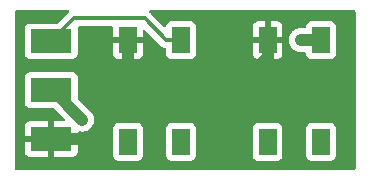
<source format=gbr>
%TF.GenerationSoftware,KiCad,Pcbnew,(6.0.4-0)*%
%TF.CreationDate,2022-07-05T16:22:49+02:00*%
%TF.ProjectId,Button PCB,42757474-6f6e-4205-9043-422e6b696361,rev?*%
%TF.SameCoordinates,Original*%
%TF.FileFunction,Copper,L1,Top*%
%TF.FilePolarity,Positive*%
%FSLAX46Y46*%
G04 Gerber Fmt 4.6, Leading zero omitted, Abs format (unit mm)*
G04 Created by KiCad (PCBNEW (6.0.4-0)) date 2022-07-05 16:22:49*
%MOMM*%
%LPD*%
G01*
G04 APERTURE LIST*
%TA.AperFunction,SMDPad,CuDef*%
%ADD10R,3.500000X2.000000*%
%TD*%
%TA.AperFunction,SMDPad,CuDef*%
%ADD11R,1.500000X2.200000*%
%TD*%
%TA.AperFunction,ViaPad*%
%ADD12C,0.800000*%
%TD*%
%TA.AperFunction,Conductor*%
%ADD13C,0.350000*%
%TD*%
%TA.AperFunction,Conductor*%
%ADD14C,1.000000*%
%TD*%
%TA.AperFunction,Conductor*%
%ADD15C,0.300000*%
%TD*%
G04 APERTURE END LIST*
D10*
%TO.P,P2,1*%
%TO.N,BUTTON2*%
X129490800Y-101618100D03*
%TD*%
%TO.P,P1,1*%
%TO.N,BUTTON1*%
X129490800Y-97486200D03*
%TD*%
D11*
%TO.P,SW1,1,1*%
%TO.N,BUTTON1*%
X140490013Y-97390000D03*
%TO.P,SW1,2,2*%
%TO.N,unconnected-(SW1-Pad2)*%
X140490013Y-105990000D03*
%TO.P,SW1,3,3*%
%TO.N,GND*%
X135989886Y-97390000D03*
%TO.P,SW1,4,4*%
%TO.N,unconnected-(SW1-Pad4)*%
X135989886Y-105990000D03*
%TD*%
D10*
%TO.P,P3,1*%
%TO.N,GND*%
X129490800Y-105750000D03*
%TD*%
D11*
%TO.P,SW2,1,1*%
%TO.N,BUTTON2*%
X152310013Y-97390000D03*
%TO.P,SW2,2,2*%
%TO.N,unconnected-(SW2-Pad2)*%
X152310013Y-105990000D03*
%TO.P,SW2,3,3*%
%TO.N,GND*%
X147809886Y-97390000D03*
%TO.P,SW2,4,4*%
%TO.N,unconnected-(SW2-Pad4)*%
X147809886Y-105990000D03*
%TD*%
D12*
%TO.N,BUTTON2*%
X150610000Y-97370000D03*
X132120000Y-104110000D03*
%TD*%
D13*
%TO.N,GND*%
X135989886Y-101280114D02*
X135855000Y-101415000D01*
D14*
X147809886Y-97390000D02*
X147809886Y-98840114D01*
X135855000Y-101415000D02*
X135855000Y-102495000D01*
X135855000Y-102495000D02*
X132600000Y-105750000D01*
X147809886Y-98840114D02*
X145235000Y-101415000D01*
X132600000Y-105750000D02*
X129490800Y-105750000D01*
X135989886Y-97390000D02*
X135989886Y-101280114D01*
X145235000Y-101415000D02*
X135855000Y-101415000D01*
D15*
%TO.N,BUTTON1*%
X131437000Y-95540000D02*
X137390000Y-95540000D01*
X139240000Y-97390000D02*
X140490013Y-97390000D01*
D13*
X130000000Y-96977000D02*
X129490800Y-97486200D01*
D15*
X130000000Y-96977000D02*
X131437000Y-95540000D01*
X137390000Y-95540000D02*
X139240000Y-97390000D01*
D14*
%TO.N,BUTTON2*%
X152290013Y-97370000D02*
X152310013Y-97390000D01*
X132120000Y-104110000D02*
X129628100Y-101618100D01*
X150610000Y-97370000D02*
X152290013Y-97370000D01*
X129628100Y-101618100D02*
X129490800Y-101618100D01*
%TD*%
%TA.AperFunction,Conductor*%
%TO.N,GND*%
G36*
X130965759Y-94858502D02*
G01*
X131012252Y-94912158D01*
X131022356Y-94982432D01*
X130992862Y-95047012D01*
X130987383Y-95052715D01*
X130982643Y-95056159D01*
X130977590Y-95062267D01*
X130953198Y-95091752D01*
X130945208Y-95100532D01*
X130104945Y-95940795D01*
X130042633Y-95974821D01*
X130015850Y-95977700D01*
X127692666Y-95977700D01*
X127630484Y-95984455D01*
X127494095Y-96035585D01*
X127377539Y-96122939D01*
X127290185Y-96239495D01*
X127239055Y-96375884D01*
X127232300Y-96438066D01*
X127232300Y-98534334D01*
X127239055Y-98596516D01*
X127290185Y-98732905D01*
X127377539Y-98849461D01*
X127494095Y-98936815D01*
X127630484Y-98987945D01*
X127692666Y-98994700D01*
X131288934Y-98994700D01*
X131351116Y-98987945D01*
X131487505Y-98936815D01*
X131604061Y-98849461D01*
X131691415Y-98732905D01*
X131742545Y-98596516D01*
X131749264Y-98534669D01*
X134731887Y-98534669D01*
X134732257Y-98541490D01*
X134737781Y-98592352D01*
X134741407Y-98607604D01*
X134786562Y-98728054D01*
X134795100Y-98743649D01*
X134871601Y-98845724D01*
X134884162Y-98858285D01*
X134986237Y-98934786D01*
X135001832Y-98943324D01*
X135122280Y-98988478D01*
X135137535Y-98992105D01*
X135188400Y-98997631D01*
X135195214Y-98998000D01*
X135717771Y-98998000D01*
X135733010Y-98993525D01*
X135734215Y-98992135D01*
X135735886Y-98984452D01*
X135735886Y-98979884D01*
X136243886Y-98979884D01*
X136248361Y-98995123D01*
X136249751Y-98996328D01*
X136257434Y-98997999D01*
X136784555Y-98997999D01*
X136791376Y-98997629D01*
X136842238Y-98992105D01*
X136857490Y-98988479D01*
X136977940Y-98943324D01*
X136993535Y-98934786D01*
X137095610Y-98858285D01*
X137108171Y-98845724D01*
X137184672Y-98743649D01*
X137193210Y-98728054D01*
X137238364Y-98607606D01*
X137241991Y-98592351D01*
X137247517Y-98541486D01*
X137247886Y-98534672D01*
X137247886Y-97662115D01*
X137243411Y-97646876D01*
X137242021Y-97645671D01*
X137234338Y-97644000D01*
X136262001Y-97644000D01*
X136246762Y-97648475D01*
X136245557Y-97649865D01*
X136243886Y-97657548D01*
X136243886Y-98979884D01*
X135735886Y-98979884D01*
X135735886Y-97662115D01*
X135731411Y-97646876D01*
X135730021Y-97645671D01*
X135722338Y-97644000D01*
X134750002Y-97644000D01*
X134734763Y-97648475D01*
X134733558Y-97649865D01*
X134731887Y-97657548D01*
X134731887Y-98534669D01*
X131749264Y-98534669D01*
X131749300Y-98534334D01*
X131749300Y-96438066D01*
X131742545Y-96375884D01*
X131739771Y-96368484D01*
X131737944Y-96360800D01*
X131739260Y-96360487D01*
X131734680Y-96297924D01*
X131768600Y-96235554D01*
X131830855Y-96201425D01*
X131857845Y-96198500D01*
X134605886Y-96198500D01*
X134674007Y-96218502D01*
X134720500Y-96272158D01*
X134731886Y-96324500D01*
X134731886Y-97117885D01*
X134736361Y-97133124D01*
X134737751Y-97134329D01*
X134745434Y-97136000D01*
X137229770Y-97136000D01*
X137245009Y-97131525D01*
X137246214Y-97130135D01*
X137247885Y-97122452D01*
X137247885Y-96633335D01*
X137267887Y-96565214D01*
X137321543Y-96518721D01*
X137391817Y-96508617D01*
X137456397Y-96538111D01*
X137462980Y-96544240D01*
X138716345Y-97797605D01*
X138724335Y-97806385D01*
X138728584Y-97813080D01*
X138734362Y-97818506D01*
X138734363Y-97818507D01*
X138780257Y-97861604D01*
X138783099Y-97864359D01*
X138803667Y-97884927D01*
X138807170Y-97887644D01*
X138816195Y-97895352D01*
X138849867Y-97926972D01*
X138856818Y-97930793D01*
X138856819Y-97930794D01*
X138868658Y-97937303D01*
X138885182Y-97948157D01*
X138895271Y-97955982D01*
X138902132Y-97961304D01*
X138909404Y-97964451D01*
X138909406Y-97964452D01*
X138944535Y-97979654D01*
X138955196Y-97984876D01*
X138995663Y-98007124D01*
X139016441Y-98012459D01*
X139035131Y-98018858D01*
X139054824Y-98027380D01*
X139098596Y-98034313D01*
X139100448Y-98034606D01*
X139112070Y-98037013D01*
X139136846Y-98043374D01*
X139197853Y-98079688D01*
X139229542Y-98143220D01*
X139231513Y-98165416D01*
X139231513Y-98538134D01*
X139238268Y-98600316D01*
X139289398Y-98736705D01*
X139376752Y-98853261D01*
X139493308Y-98940615D01*
X139629697Y-98991745D01*
X139691879Y-98998500D01*
X141288147Y-98998500D01*
X141350329Y-98991745D01*
X141486718Y-98940615D01*
X141603274Y-98853261D01*
X141690628Y-98736705D01*
X141741758Y-98600316D01*
X141748513Y-98538134D01*
X141748513Y-98534669D01*
X146551887Y-98534669D01*
X146552257Y-98541490D01*
X146557781Y-98592352D01*
X146561407Y-98607604D01*
X146606562Y-98728054D01*
X146615100Y-98743649D01*
X146691601Y-98845724D01*
X146704162Y-98858285D01*
X146806237Y-98934786D01*
X146821832Y-98943324D01*
X146942280Y-98988478D01*
X146957535Y-98992105D01*
X147008400Y-98997631D01*
X147015214Y-98998000D01*
X147537771Y-98998000D01*
X147553010Y-98993525D01*
X147554215Y-98992135D01*
X147555886Y-98984452D01*
X147555886Y-98979884D01*
X148063886Y-98979884D01*
X148068361Y-98995123D01*
X148069751Y-98996328D01*
X148077434Y-98997999D01*
X148604555Y-98997999D01*
X148611376Y-98997629D01*
X148662238Y-98992105D01*
X148677490Y-98988479D01*
X148797940Y-98943324D01*
X148813535Y-98934786D01*
X148915610Y-98858285D01*
X148928171Y-98845724D01*
X149004672Y-98743649D01*
X149013210Y-98728054D01*
X149058364Y-98607606D01*
X149061991Y-98592351D01*
X149067517Y-98541486D01*
X149067886Y-98534672D01*
X149067886Y-97662115D01*
X149063411Y-97646876D01*
X149062021Y-97645671D01*
X149054338Y-97644000D01*
X148082001Y-97644000D01*
X148066762Y-97648475D01*
X148065557Y-97649865D01*
X148063886Y-97657548D01*
X148063886Y-98979884D01*
X147555886Y-98979884D01*
X147555886Y-97662115D01*
X147551411Y-97646876D01*
X147550021Y-97645671D01*
X147542338Y-97644000D01*
X146570002Y-97644000D01*
X146554763Y-97648475D01*
X146553558Y-97649865D01*
X146551887Y-97657548D01*
X146551887Y-98534669D01*
X141748513Y-98534669D01*
X141748513Y-97362925D01*
X149596645Y-97362925D01*
X149614570Y-97559888D01*
X149616308Y-97565794D01*
X149616309Y-97565798D01*
X149640642Y-97648475D01*
X149670410Y-97749619D01*
X149673263Y-97755077D01*
X149673265Y-97755081D01*
X149698957Y-97804224D01*
X149762040Y-97924890D01*
X149885968Y-98079025D01*
X150037474Y-98206154D01*
X150042872Y-98209121D01*
X150042877Y-98209125D01*
X150186180Y-98287905D01*
X150210787Y-98301433D01*
X150216654Y-98303294D01*
X150216656Y-98303295D01*
X150393436Y-98359373D01*
X150399306Y-98361235D01*
X150553227Y-98378500D01*
X150925513Y-98378500D01*
X150993634Y-98398502D01*
X151040127Y-98452158D01*
X151051513Y-98504500D01*
X151051513Y-98538134D01*
X151058268Y-98600316D01*
X151109398Y-98736705D01*
X151196752Y-98853261D01*
X151313308Y-98940615D01*
X151449697Y-98991745D01*
X151511879Y-98998500D01*
X153108147Y-98998500D01*
X153170329Y-98991745D01*
X153306718Y-98940615D01*
X153423274Y-98853261D01*
X153510628Y-98736705D01*
X153561758Y-98600316D01*
X153568513Y-98538134D01*
X153568513Y-96241866D01*
X153561758Y-96179684D01*
X153510628Y-96043295D01*
X153423274Y-95926739D01*
X153306718Y-95839385D01*
X153170329Y-95788255D01*
X153108147Y-95781500D01*
X151511879Y-95781500D01*
X151449697Y-95788255D01*
X151313308Y-95839385D01*
X151196752Y-95926739D01*
X151109398Y-96043295D01*
X151058268Y-96179684D01*
X151051513Y-96241866D01*
X151051513Y-96242766D01*
X151028019Y-96309250D01*
X150971929Y-96352775D01*
X150925858Y-96361500D01*
X150560231Y-96361500D01*
X150557175Y-96361800D01*
X150557168Y-96361800D01*
X150498660Y-96367537D01*
X150413167Y-96375920D01*
X150407266Y-96377702D01*
X150407264Y-96377702D01*
X150333947Y-96399838D01*
X150223831Y-96433084D01*
X150049204Y-96525934D01*
X149962938Y-96596291D01*
X149900713Y-96647040D01*
X149900710Y-96647043D01*
X149895938Y-96650935D01*
X149892011Y-96655682D01*
X149892009Y-96655684D01*
X149773799Y-96798575D01*
X149773797Y-96798579D01*
X149769870Y-96803325D01*
X149675802Y-96977299D01*
X149617318Y-97166232D01*
X149596645Y-97362925D01*
X141748513Y-97362925D01*
X141748513Y-97117885D01*
X146551886Y-97117885D01*
X146556361Y-97133124D01*
X146557751Y-97134329D01*
X146565434Y-97136000D01*
X147537771Y-97136000D01*
X147553010Y-97131525D01*
X147554215Y-97130135D01*
X147555886Y-97122452D01*
X147555886Y-97117885D01*
X148063886Y-97117885D01*
X148068361Y-97133124D01*
X148069751Y-97134329D01*
X148077434Y-97136000D01*
X149049770Y-97136000D01*
X149065009Y-97131525D01*
X149066214Y-97130135D01*
X149067885Y-97122452D01*
X149067885Y-96245331D01*
X149067515Y-96238510D01*
X149061991Y-96187648D01*
X149058365Y-96172396D01*
X149013210Y-96051946D01*
X149004672Y-96036351D01*
X148928171Y-95934276D01*
X148915610Y-95921715D01*
X148813535Y-95845214D01*
X148797940Y-95836676D01*
X148677492Y-95791522D01*
X148662237Y-95787895D01*
X148611372Y-95782369D01*
X148604558Y-95782000D01*
X148082001Y-95782000D01*
X148066762Y-95786475D01*
X148065557Y-95787865D01*
X148063886Y-95795548D01*
X148063886Y-97117885D01*
X147555886Y-97117885D01*
X147555886Y-95800116D01*
X147551411Y-95784877D01*
X147550021Y-95783672D01*
X147542338Y-95782001D01*
X147015217Y-95782001D01*
X147008396Y-95782371D01*
X146957534Y-95787895D01*
X146942282Y-95791521D01*
X146821832Y-95836676D01*
X146806237Y-95845214D01*
X146704162Y-95921715D01*
X146691601Y-95934276D01*
X146615100Y-96036351D01*
X146606562Y-96051946D01*
X146561408Y-96172394D01*
X146557781Y-96187649D01*
X146552255Y-96238514D01*
X146551886Y-96245328D01*
X146551886Y-97117885D01*
X141748513Y-97117885D01*
X141748513Y-96241866D01*
X141741758Y-96179684D01*
X141690628Y-96043295D01*
X141603274Y-95926739D01*
X141486718Y-95839385D01*
X141350329Y-95788255D01*
X141288147Y-95781500D01*
X139691879Y-95781500D01*
X139629697Y-95788255D01*
X139493308Y-95839385D01*
X139376752Y-95926739D01*
X139289398Y-96043295D01*
X139238268Y-96179684D01*
X139237605Y-96185785D01*
X139202774Y-96246754D01*
X139139818Y-96279573D01*
X139069113Y-96273146D01*
X139026315Y-96245055D01*
X137913655Y-95132395D01*
X137905665Y-95123615D01*
X137905663Y-95123613D01*
X137901416Y-95116920D01*
X137883965Y-95100532D01*
X137849743Y-95068396D01*
X137846901Y-95065641D01*
X137834855Y-95053595D01*
X137800829Y-94991283D01*
X137805894Y-94920468D01*
X137848441Y-94863632D01*
X137914961Y-94838821D01*
X137923950Y-94838500D01*
X155135500Y-94838500D01*
X155203621Y-94858502D01*
X155250114Y-94912158D01*
X155261500Y-94964500D01*
X155261500Y-108235500D01*
X155241498Y-108303621D01*
X155187842Y-108350114D01*
X155135500Y-108361500D01*
X126524500Y-108361500D01*
X126456379Y-108341498D01*
X126409886Y-108287842D01*
X126398500Y-108235500D01*
X126398500Y-106794669D01*
X127232801Y-106794669D01*
X127233171Y-106801490D01*
X127238695Y-106852352D01*
X127242321Y-106867604D01*
X127287476Y-106988054D01*
X127296014Y-107003649D01*
X127372515Y-107105724D01*
X127385076Y-107118285D01*
X127487151Y-107194786D01*
X127502746Y-107203324D01*
X127623194Y-107248478D01*
X127638449Y-107252105D01*
X127689314Y-107257631D01*
X127696128Y-107258000D01*
X129218685Y-107258000D01*
X129233924Y-107253525D01*
X129235129Y-107252135D01*
X129236800Y-107244452D01*
X129236800Y-107239884D01*
X129744800Y-107239884D01*
X129749275Y-107255123D01*
X129750665Y-107256328D01*
X129758348Y-107257999D01*
X131285469Y-107257999D01*
X131292290Y-107257629D01*
X131343152Y-107252105D01*
X131358404Y-107248479D01*
X131478854Y-107203324D01*
X131494449Y-107194786D01*
X131570040Y-107138134D01*
X134731386Y-107138134D01*
X134738141Y-107200316D01*
X134789271Y-107336705D01*
X134876625Y-107453261D01*
X134993181Y-107540615D01*
X135129570Y-107591745D01*
X135191752Y-107598500D01*
X136788020Y-107598500D01*
X136850202Y-107591745D01*
X136986591Y-107540615D01*
X137103147Y-107453261D01*
X137190501Y-107336705D01*
X137241631Y-107200316D01*
X137248386Y-107138134D01*
X139231513Y-107138134D01*
X139238268Y-107200316D01*
X139289398Y-107336705D01*
X139376752Y-107453261D01*
X139493308Y-107540615D01*
X139629697Y-107591745D01*
X139691879Y-107598500D01*
X141288147Y-107598500D01*
X141350329Y-107591745D01*
X141486718Y-107540615D01*
X141603274Y-107453261D01*
X141690628Y-107336705D01*
X141741758Y-107200316D01*
X141748513Y-107138134D01*
X146551386Y-107138134D01*
X146558141Y-107200316D01*
X146609271Y-107336705D01*
X146696625Y-107453261D01*
X146813181Y-107540615D01*
X146949570Y-107591745D01*
X147011752Y-107598500D01*
X148608020Y-107598500D01*
X148670202Y-107591745D01*
X148806591Y-107540615D01*
X148923147Y-107453261D01*
X149010501Y-107336705D01*
X149061631Y-107200316D01*
X149068386Y-107138134D01*
X151051513Y-107138134D01*
X151058268Y-107200316D01*
X151109398Y-107336705D01*
X151196752Y-107453261D01*
X151313308Y-107540615D01*
X151449697Y-107591745D01*
X151511879Y-107598500D01*
X153108147Y-107598500D01*
X153170329Y-107591745D01*
X153306718Y-107540615D01*
X153423274Y-107453261D01*
X153510628Y-107336705D01*
X153561758Y-107200316D01*
X153568513Y-107138134D01*
X153568513Y-104841866D01*
X153561758Y-104779684D01*
X153510628Y-104643295D01*
X153423274Y-104526739D01*
X153306718Y-104439385D01*
X153170329Y-104388255D01*
X153108147Y-104381500D01*
X151511879Y-104381500D01*
X151449697Y-104388255D01*
X151313308Y-104439385D01*
X151196752Y-104526739D01*
X151109398Y-104643295D01*
X151058268Y-104779684D01*
X151051513Y-104841866D01*
X151051513Y-107138134D01*
X149068386Y-107138134D01*
X149068386Y-104841866D01*
X149061631Y-104779684D01*
X149010501Y-104643295D01*
X148923147Y-104526739D01*
X148806591Y-104439385D01*
X148670202Y-104388255D01*
X148608020Y-104381500D01*
X147011752Y-104381500D01*
X146949570Y-104388255D01*
X146813181Y-104439385D01*
X146696625Y-104526739D01*
X146609271Y-104643295D01*
X146558141Y-104779684D01*
X146551386Y-104841866D01*
X146551386Y-107138134D01*
X141748513Y-107138134D01*
X141748513Y-104841866D01*
X141741758Y-104779684D01*
X141690628Y-104643295D01*
X141603274Y-104526739D01*
X141486718Y-104439385D01*
X141350329Y-104388255D01*
X141288147Y-104381500D01*
X139691879Y-104381500D01*
X139629697Y-104388255D01*
X139493308Y-104439385D01*
X139376752Y-104526739D01*
X139289398Y-104643295D01*
X139238268Y-104779684D01*
X139231513Y-104841866D01*
X139231513Y-107138134D01*
X137248386Y-107138134D01*
X137248386Y-104841866D01*
X137241631Y-104779684D01*
X137190501Y-104643295D01*
X137103147Y-104526739D01*
X136986591Y-104439385D01*
X136850202Y-104388255D01*
X136788020Y-104381500D01*
X135191752Y-104381500D01*
X135129570Y-104388255D01*
X134993181Y-104439385D01*
X134876625Y-104526739D01*
X134789271Y-104643295D01*
X134738141Y-104779684D01*
X134731386Y-104841866D01*
X134731386Y-107138134D01*
X131570040Y-107138134D01*
X131596524Y-107118285D01*
X131609085Y-107105724D01*
X131685586Y-107003649D01*
X131694124Y-106988054D01*
X131739278Y-106867606D01*
X131742905Y-106852351D01*
X131748431Y-106801486D01*
X131748800Y-106794672D01*
X131748800Y-106022115D01*
X131744325Y-106006876D01*
X131742935Y-106005671D01*
X131735252Y-106004000D01*
X129762915Y-106004000D01*
X129747676Y-106008475D01*
X129746471Y-106009865D01*
X129744800Y-106017548D01*
X129744800Y-107239884D01*
X129236800Y-107239884D01*
X129236800Y-106022115D01*
X129232325Y-106006876D01*
X129230935Y-106005671D01*
X129223252Y-106004000D01*
X127250916Y-106004000D01*
X127235677Y-106008475D01*
X127234472Y-106009865D01*
X127232801Y-106017548D01*
X127232801Y-106794669D01*
X126398500Y-106794669D01*
X126398500Y-105477885D01*
X127232800Y-105477885D01*
X127237275Y-105493124D01*
X127238665Y-105494329D01*
X127246348Y-105496000D01*
X129218685Y-105496000D01*
X129233924Y-105491525D01*
X129235129Y-105490135D01*
X129236800Y-105482452D01*
X129236800Y-104260116D01*
X129232325Y-104244877D01*
X129230935Y-104243672D01*
X129223252Y-104242001D01*
X127696131Y-104242001D01*
X127689310Y-104242371D01*
X127638448Y-104247895D01*
X127623196Y-104251521D01*
X127502746Y-104296676D01*
X127487151Y-104305214D01*
X127385076Y-104381715D01*
X127372515Y-104394276D01*
X127296014Y-104496351D01*
X127287476Y-104511946D01*
X127242322Y-104632394D01*
X127238695Y-104647649D01*
X127233169Y-104698514D01*
X127232800Y-104705328D01*
X127232800Y-105477885D01*
X126398500Y-105477885D01*
X126398500Y-102666234D01*
X127232300Y-102666234D01*
X127239055Y-102728416D01*
X127290185Y-102864805D01*
X127377539Y-102981361D01*
X127494095Y-103068715D01*
X127630484Y-103119845D01*
X127692666Y-103126600D01*
X129658175Y-103126600D01*
X129726296Y-103146602D01*
X129747265Y-103163500D01*
X130610673Y-104026907D01*
X130644696Y-104089217D01*
X130639632Y-104160032D01*
X130597085Y-104216868D01*
X130530565Y-104241679D01*
X130521576Y-104242000D01*
X129762915Y-104242000D01*
X129747676Y-104246475D01*
X129746471Y-104247865D01*
X129744800Y-104255548D01*
X129744800Y-105477885D01*
X129749275Y-105493124D01*
X129750665Y-105494329D01*
X129758348Y-105496000D01*
X131730684Y-105496000D01*
X131745923Y-105491525D01*
X131747128Y-105490135D01*
X131748799Y-105482452D01*
X131748799Y-105221418D01*
X131768801Y-105153297D01*
X131822457Y-105106804D01*
X131892731Y-105096700D01*
X131911635Y-105100923D01*
X131913799Y-105101585D01*
X131913804Y-105101586D01*
X131919698Y-105103388D01*
X131938926Y-105105341D01*
X132110335Y-105122752D01*
X132110339Y-105122752D01*
X132116463Y-105123374D01*
X132313362Y-105104762D01*
X132319257Y-105103005D01*
X132319260Y-105103004D01*
X132496992Y-105050019D01*
X132496991Y-105050019D01*
X132502896Y-105048259D01*
X132677847Y-104956018D01*
X132823008Y-104838469D01*
X132826758Y-104835432D01*
X132826759Y-104835431D01*
X132831548Y-104831553D01*
X132942392Y-104698514D01*
X132954206Y-104684335D01*
X132954209Y-104684330D01*
X132958147Y-104679604D01*
X133052822Y-104505959D01*
X133091709Y-104381869D01*
X133110122Y-104323114D01*
X133110123Y-104323111D01*
X133111965Y-104317232D01*
X133119104Y-104251521D01*
X133132659Y-104126737D01*
X133132659Y-104126733D01*
X133133324Y-104120612D01*
X133116087Y-103923587D01*
X133114368Y-103917670D01*
X133114367Y-103917665D01*
X133062627Y-103739578D01*
X133060909Y-103733664D01*
X132969892Y-103558074D01*
X132873262Y-103437028D01*
X131786205Y-102349971D01*
X131752179Y-102287659D01*
X131749300Y-102260876D01*
X131749300Y-100569966D01*
X131742545Y-100507784D01*
X131691415Y-100371395D01*
X131604061Y-100254839D01*
X131487505Y-100167485D01*
X131351116Y-100116355D01*
X131288934Y-100109600D01*
X127692666Y-100109600D01*
X127630484Y-100116355D01*
X127494095Y-100167485D01*
X127377539Y-100254839D01*
X127290185Y-100371395D01*
X127239055Y-100507784D01*
X127232300Y-100569966D01*
X127232300Y-102666234D01*
X126398500Y-102666234D01*
X126398500Y-94964500D01*
X126418502Y-94896379D01*
X126472158Y-94849886D01*
X126524500Y-94838500D01*
X130897638Y-94838500D01*
X130965759Y-94858502D01*
G37*
%TD.AperFunction*%
%TD*%
M02*

</source>
